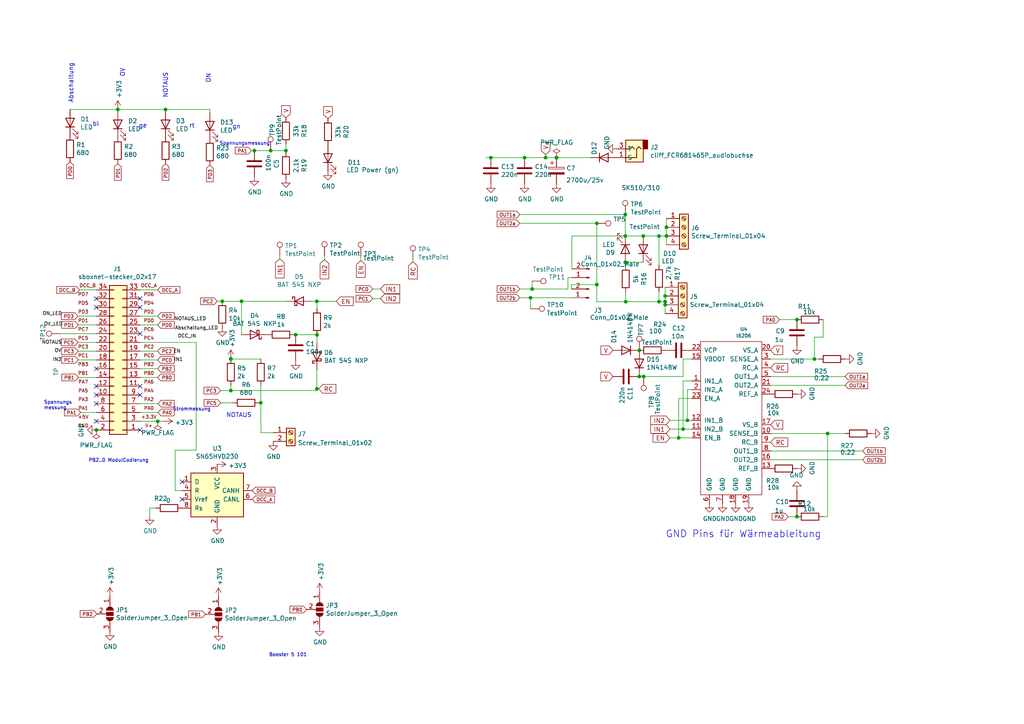
<source format=kicad_sch>
(kicad_sch (version 20211123) (generator eeschema)
  (paper "A4")
  (junction (at 185.42 109.22))
  (junction (at 78.486 43.688))
  (junction (at 186.563 68.453))
  (junction (at 91.8972 87.376))
  (junction (at 181.356 62.23))
  (junction (at 158.242 45.72))
  (junction (at 196.85 127))
  (junction (at 199.39 121.92))
  (junction (at 173.101 82.55))
  (junction (at 27.94 124.714))
  (junction (at 181.483 76.073))
  (junction (at 191.135 68.453))
  (junction (at 173.101 64.77))
  (junction (at 153.8732 86.36))
  (junction (at 192.913 88.392))
  (junction (at 73.787 43.688))
  (junction (at 85.7504 97.0788))
  (junction (at 91.8972 112.776))
  (junction (at 91.948 97.1296))
  (junction (at 181.483 87.503))
  (junction (at 198.12 124.46))
  (junction (at 75.6412 116.84))
  (junction (at 152.146 45.72))
  (junction (at 70.0532 87.376))
  (junction (at 231.14 149.86))
  (junction (at 193.294 68.453))
  (junction (at 193.294 65.913))
  (junction (at 231.14 92.71))
  (junction (at 186.69 109.22))
  (junction (at 181.356 76.073))
  (junction (at 240.03 125.73))
  (junction (at 66.9544 113.284))
  (junction (at 161.3916 45.72))
  (junction (at 236.22 104.14))
  (junction (at 48.006 31.75))
  (junction (at 185.42 101.6))
  (junction (at 161.417 45.72))
  (junction (at 191.135 87.503))
  (junction (at 45.7708 122.174))
  (junction (at 66.9544 104.0384))
  (junction (at 192.913 87.503))
  (junction (at 34.163 31.75))
  (junction (at 66.9544 104.14))
  (junction (at 64.4652 87.376))
  (junction (at 181.356 68.453))
  (junction (at 142.367 45.72))
  (junction (at 192.913 85.852))
  (junction (at 154.3304 83.82))
  (junction (at 82.931 43.688))
  (no_connect (at 27.94 122.174))
  (no_connect (at 27.94 89.154))
  (no_connect (at 27.94 117.094))
  (no_connect (at 27.94 106.934))
  (no_connect (at 27.94 112.014))
  (no_connect (at 40.64 124.714))
  (no_connect (at 52.832 144.8308))
  (no_connect (at 40.64 112.014))
  (no_connect (at 40.64 114.554))
  (no_connect (at 40.64 86.614))
  (no_connect (at 40.64 89.154))
  (no_connect (at 27.94 114.554))
  (no_connect (at 27.94 86.614))
  (no_connect (at 52.832 139.7508))
  (no_connect (at 40.64 96.774))
  (wire (pts (xy 50.8 130.556) (xy 50.8 142.2908)))
  (wire (pts (xy 22.606 91.694) (xy 27.94 91.694)))
  (wire (pts (xy 73.787 43.688) (xy 78.486 43.688)))
  (wire (pts (xy 153.8732 89.5604) (xy 153.8732 86.36)))
  (wire (pts (xy 70.0532 97.0788) (xy 70.0532 87.376)))
  (wire (pts (xy 165.735 82.55) (xy 173.101 82.55)))
  (wire (pts (xy 196.85 127) (xy 200.66 127)))
  (wire (pts (xy 238.76 149.86) (xy 240.03 149.86)))
  (wire (pts (xy 48.006 31.75) (xy 48.006 32.258)))
  (wire (pts (xy 91.948 99.6188) (xy 91.8972 99.6188)))
  (wire (pts (xy 198.12 124.46) (xy 200.66 124.46)))
  (wire (pts (xy 40.64 122.174) (xy 45.7708 122.174)))
  (wire (pts (xy 66.9544 113.284) (xy 91.8972 113.284)))
  (wire (pts (xy 193.294 65.913) (xy 193.294 63.373)))
  (wire (pts (xy 75.692 125.476) (xy 75.6412 116.84)))
  (wire (pts (xy 91.8972 112.776) (xy 92.456 112.776)))
  (wire (pts (xy 72.898 43.688) (xy 73.787 43.688)))
  (wire (pts (xy 236.22 97.79) (xy 236.22 104.14)))
  (wire (pts (xy 181.483 87.503) (xy 191.135 87.503)))
  (wire (pts (xy 66.9544 113.284) (xy 66.9544 111.76)))
  (wire (pts (xy 181.356 62.23) (xy 181.356 68.453)))
  (wire (pts (xy 181.483 76.073) (xy 186.563 76.073)))
  (wire (pts (xy 91.948 89.5096) (xy 91.8972 87.376)))
  (wire (pts (xy 173.101 87.503) (xy 181.483 87.503)))
  (wire (pts (xy 161.3916 45.72) (xy 161.417 45.72)))
  (wire (pts (xy 198.12 109.22) (xy 198.12 104.14)))
  (wire (pts (xy 50.8 142.2908) (xy 52.832 142.2908)))
  (wire (pts (xy 50.8 130.556) (xy 56.896 130.556)))
  (wire (pts (xy 20.32 31.75) (xy 34.163 31.75)))
  (wire (pts (xy 40.64 99.314) (xy 56.896 99.314)))
  (wire (pts (xy 64.4652 87.376) (xy 70.0532 87.376)))
  (wire (pts (xy 81.153 75.057) (xy 81.153 74.295)))
  (wire (pts (xy 150.749 86.36) (xy 153.8732 86.36)))
  (wire (pts (xy 181.483 87.503) (xy 181.483 84.709)))
  (wire (pts (xy 181.356 68.453) (xy 186.563 68.453)))
  (wire (pts (xy 22.7076 104.394) (xy 27.94 104.394)))
  (wire (pts (xy 75.6412 116.84) (xy 75.6412 111.76)))
  (wire (pts (xy 75.184 116.84) (xy 75.6412 116.84)))
  (wire (pts (xy 154.3304 83.82) (xy 164.719 83.82)))
  (wire (pts (xy 165.862 68.453) (xy 181.356 68.453)))
  (wire (pts (xy 85.7504 97.0788) (xy 91.948 97.0788)))
  (wire (pts (xy 91.948 97.0788) (xy 91.948 97.1296)))
  (wire (pts (xy 85.2932 97.0788) (xy 85.7504 97.0788)))
  (wire (pts (xy 226.06 92.71) (xy 231.14 92.71)))
  (wire (pts (xy 60.8584 31.75) (xy 60.8584 32.6644)))
  (wire (pts (xy 194.31 124.46) (xy 198.12 124.46)))
  (wire (pts (xy 79.248 125.476) (xy 75.692 125.476)))
  (wire (pts (xy 43.434 147.3708) (xy 43.434 149.606)))
  (wire (pts (xy 56.896 99.314) (xy 56.896 130.556)))
  (wire (pts (xy 140.843 45.72) (xy 142.367 45.72)))
  (wire (pts (xy 191.135 68.453) (xy 193.294 68.453)))
  (wire (pts (xy 223.52 111.76) (xy 245.11 111.76)))
  (wire (pts (xy 108.077 83.82) (xy 110.363 83.82)))
  (wire (pts (xy 185.42 109.22) (xy 186.69 109.22)))
  (wire (pts (xy 150.749 83.82) (xy 154.3304 83.82)))
  (wire (pts (xy 40.64 106.934) (xy 45.72 106.934)))
  (wire (pts (xy 200.66 113.03) (xy 199.39 113.03)))
  (wire (pts (xy 158.242 44.831) (xy 158.242 45.72)))
  (wire (pts (xy 23.0632 84.074) (xy 27.94 84.074)))
  (wire (pts (xy 40.64 101.854) (xy 45.72 101.854)))
  (wire (pts (xy 40.64 104.394) (xy 45.72 104.394)))
  (wire (pts (xy 40.64 109.474) (xy 45.72 109.474)))
  (wire (pts (xy 199.39 121.92) (xy 200.66 121.92)))
  (wire (pts (xy 192.913 87.503) (xy 192.913 85.852)))
  (wire (pts (xy 67.564 116.84) (xy 64.008 116.84)))
  (wire (pts (xy 194.31 127) (xy 196.85 127)))
  (wire (pts (xy 238.76 97.79) (xy 236.22 97.79)))
  (wire (pts (xy 91.948 97.1296) (xy 91.948 99.6188)))
  (wire (pts (xy 191.135 87.503) (xy 192.913 87.503)))
  (wire (pts (xy 22.6568 101.854) (xy 27.94 101.854)))
  (wire (pts (xy 192.913 88.392) (xy 192.913 87.503)))
  (wire (pts (xy 45.212 147.3708) (xy 43.434 147.3708)))
  (wire (pts (xy 90.5764 87.376) (xy 91.8972 87.376)))
  (wire (pts (xy 153.8732 86.36) (xy 165.735 86.36)))
  (wire (pts (xy 238.76 92.71) (xy 238.76 97.79)))
  (wire (pts (xy 223.52 109.22) (xy 245.11 109.22)))
  (wire (pts (xy 82.931 44.196) (xy 82.931 43.688)))
  (wire (pts (xy 236.22 104.14) (xy 237.49 104.14)))
  (wire (pts (xy 223.52 133.35) (xy 250.19 133.35)))
  (wire (pts (xy 150.749 64.77) (xy 173.101 64.77)))
  (wire (pts (xy 48.006 31.75) (xy 60.8584 31.75)))
  (wire (pts (xy 200.66 115.57) (xy 196.85 115.57)))
  (wire (pts (xy 34.163 31.75) (xy 34.163 32.258)))
  (wire (pts (xy 40.64 84.074) (xy 45.72 84.074)))
  (wire (pts (xy 108.077 86.614) (xy 110.363 86.614)))
  (wire (pts (xy 173.101 64.77) (xy 173.101 82.55)))
  (wire (pts (xy 165.735 83.82) (xy 165.735 82.55)))
  (wire (pts (xy 91.8972 107.2388) (xy 91.8972 112.776)))
  (wire (pts (xy 62.992 87.376) (xy 64.4652 87.376)))
  (wire (pts (xy 192.913 90.932) (xy 192.913 88.392)))
  (wire (pts (xy 196.85 115.57) (xy 196.85 127)))
  (wire (pts (xy 240.03 149.86) (xy 240.03 125.73)))
  (wire (pts (xy 200.66 110.49) (xy 198.12 110.49)))
  (wire (pts (xy 173.101 82.55) (xy 173.101 87.503)))
  (wire (pts (xy 94.107 75.311) (xy 94.107 74.168)))
  (wire (pts (xy 66.9544 104.14) (xy 66.9544 104.0384)))
  (wire (pts (xy 193.294 65.913) (xy 193.294 68.453)))
  (wire (pts (xy 34.163 31.75) (xy 48.006 31.75)))
  (wire (pts (xy 165.862 77.978) (xy 165.862 68.453)))
  (wire (pts (xy 91.8972 87.376) (xy 97.536 87.376)))
  (wire (pts (xy 164.719 80.518) (xy 165.862 80.518)))
  (wire (pts (xy 191.135 68.453) (xy 191.135 76.962)))
  (wire (pts (xy 164.719 83.82) (xy 164.719 80.518)))
  (wire (pts (xy 63.9572 113.284) (xy 66.9544 113.284)))
  (wire (pts (xy 142.367 45.72) (xy 152.146 45.72)))
  (wire (pts (xy 78.486 43.688) (xy 82.931 43.688)))
  (wire (pts (xy 150.749 62.23) (xy 181.356 62.23)))
  (wire (pts (xy 119.761 75.946) (xy 119.761 75.311)))
  (wire (pts (xy 91.8972 112.776) (xy 91.8972 113.284)))
  (wire (pts (xy 181.356 76.073) (xy 181.483 76.073)))
  (wire (pts (xy 191.135 87.503) (xy 191.135 84.582)))
  (wire (pts (xy 158.242 45.72) (xy 161.3916 45.72)))
  (wire (pts (xy 22.7584 109.474) (xy 27.94 109.474)))
  (wire (pts (xy 198.12 110.49) (xy 198.12 124.46)))
  (wire (pts (xy 82.931 43.688) (xy 82.931 41.783)))
  (wire (pts (xy 75.6412 104.14) (xy 66.9544 104.14)))
  (wire (pts (xy 152.146 45.72) (xy 158.242 45.72)))
  (wire (pts (xy 228.6 149.86) (xy 231.14 149.86)))
  (wire (pts (xy 199.39 113.03) (xy 199.39 121.92)))
  (wire (pts (xy 104.648 75.565) (xy 104.648 74.295)))
  (wire (pts (xy 223.52 130.81) (xy 250.19 130.81)))
  (wire (pts (xy 186.69 109.22) (xy 198.12 109.22)))
  (wire (pts (xy 22.7076 94.234) (xy 27.94 94.234)))
  (wire (pts (xy 171.323 45.72) (xy 161.417 45.72)))
  (wire (pts (xy 22.606 99.314) (xy 27.94 99.314)))
  (wire (pts (xy 193.294 70.993) (xy 193.294 68.453)))
  (wire (pts (xy 223.52 125.73) (xy 240.03 125.73)))
  (wire (pts (xy 70.0532 87.376) (xy 82.9564 87.376)))
  (wire (pts (xy 40.64 94.234) (xy 45.72 94.234)))
  (wire (pts (xy 45.7708 122.174) (xy 47.498 122.174)))
  (wire (pts (xy 240.03 125.73) (xy 245.11 125.73)))
  (wire (pts (xy 223.52 104.14) (xy 236.22 104.14)))
  (wire (pts (xy 40.64 117.094) (xy 45.847 117.094)))
  (wire (pts (xy 198.12 104.14) (xy 200.66 104.14)))
  (wire (pts (xy 17.526 96.774) (xy 27.94 96.774)))
  (wire (pts (xy 40.64 119.634) (xy 45.847 119.634)))
  (wire (pts (xy 192.913 85.852) (xy 192.913 83.312)))
  (wire (pts (xy 154.3304 81.534) (xy 154.3304 83.82)))
  (wire (pts (xy 40.64 91.694) (xy 45.72 91.694)))
  (wire (pts (xy 23.368 119.634) (xy 27.94 119.634)))
  (wire (pts (xy 181.483 77.089) (xy 181.483 76.073)))
  (wire (pts (xy 186.563 68.453) (xy 191.135 68.453)))
  (wire (pts (xy 194.31 121.92) (xy 199.39 121.92)))
  (text "NOTAUS" (at 73.025 121.285 180) (effects (font (size 1.27 1.27)) (justify right bottom)))
  (text "OV" (at 36.322 19.812 270) (effects (font (size 1.27 1.27)) (justify right bottom)))
  (text "ge" (at 42.672 37.338 180) (effects (font (size 1.27 1.27)) (justify right bottom)))
  (text "ON" (at 61.214 21.336 270) (effects (font (size 1.27 1.27)) (justify right bottom)))
  (text "Abschaltung" (at 21.336 18.288 270) (effects (font (size 1.27 1.27)) (justify right bottom)))
  (text "Booster 5 101" (at 77.978 190.627 0) (effects (font (size 0.9906 0.9906)) (justify left bottom)))
  (text "bl" (at 28.829 36.83 180) (effects (font (size 1.27 1.27)) (justify right bottom)))
  (text "Spannungs\nmessung" (at 12.7 118.999 0) (effects (font (size 0.9906 0.9906)) (justify left bottom)))
  (text "Spannungsmessung" (at 63.627 42.291 0) (effects (font (size 0.9906 0.9906)) (justify left bottom)))
  (text "Strommessung" (at 50.165 119.38 0) (effects (font (size 0.9906 0.9906)) (justify left bottom)))
  (text "GND Pins für Wärmeableitung" (at 193.04 156.21 0) (effects (font (size 2.0066 2.0066)) (justify left bottom)))
  (text "PB2..0 ModulCodierung\n" (at 25.654 134.239 0) (effects (font (size 0.9906 0.9906)) (justify left bottom)))
  (text "gn" (at 69.85 37.592 180) (effects (font (size 1.27 1.27)) (justify right bottom)))
  (text "NOTAUS" (at 48.768 21.082 270) (effects (font (size 1.27 1.27)) (justify right bottom)))
  (text "rt" (at 56.515 37.338 180) (effects (font (size 1.27 1.27)) (justify right bottom)))
  (label "ON_LED" (at 12.2936 91.694 0) (effects (font (size 0.9906 0.9906))))
  (label "OV" (at 15.748 102.4636 0) (effects (font (size 0.9906 0.9906))))
  (label "OV_LED" (at 12.7 94.742 0) (effects (font (size 0.9906 0.9906))))
  (label "IN1" (at 50.419 105.029 0) (effects (font (size 0.9906 0.9906))))
  (label "NOTAUS" (at 12.0904 100.0252 0) (effects (font (size 0.9906 0.9906))))
  (label "NOTAUS_LED" (at 50.546 93.218 0) (effects (font (size 0.9906 0.9906))))
  (label "DCC_IN" (at 51.5112 98.2472 0) (effects (font (size 0.9906 0.9906))))
  (label "Abschaltung_LED" (at 50.673 95.885 0) (effects (font (size 0.9906 0.9906))))
  (label "EN" (at 50.292 102.616 0) (effects (font (size 0.9906 0.9906))))
  (label "IN2" (at 15.24 105.0544 0) (effects (font (size 0.9906 0.9906))))
  (global_label "V" (shape input) (at 82.931 34.163 90) (property "Referenzen zwischen Schaltplänen" "${INTERSHEET_REFS}" (effects hide)))
  (global_label "OUT2b" (shape input) (at 250.19 133.35 0) (effects (font (size 0.9906 0.9906))) (property "Referenzen zwischen Schaltplänen" "${INTERSHEET_REFS}" (effects hide)))
  (global_label "PC1" (shape input) (at 108.077 86.614 180) (effects (font (size 0.9906 0.9906))) (property "Referenzen zwischen Schaltplänen" "${INTERSHEET_REFS}" (effects hide)))
  (global_label "PC3" (shape input) (at 22.6568 101.854 180) (effects (font (size 0.9906 0.9906))) (property "Referenzen zwischen Schaltplänen" "${INTERSHEET_REFS}" (effects hide)))
  (global_label "RC" (shape input) (at 223.52 106.68 0) (property "Referenzen zwischen Schaltplänen" "${INTERSHEET_REFS}" (effects hide)))
  (global_label "PC0" (shape input) (at 45.72 104.394 0) (effects (font (size 0.9906 0.9906))) (property "Referenzen zwischen Schaltplänen" "${INTERSHEET_REFS}" (effects hide)))
  (global_label "PD0" (shape input) (at 45.72 94.234 0) (effects (font (size 0.9906 0.9906))) (property "Referenzen zwischen Schaltplänen" "${INTERSHEET_REFS}" (effects hide)))
  (global_label "PC2" (shape input) (at 62.992 87.376 180) (effects (font (size 0.9906 0.9906))) (property "Referenzen zwischen Schaltplänen" "${INTERSHEET_REFS}" (effects hide)))
  (global_label "EN" (shape input) (at 194.31 127 180) (property "Referenzen zwischen Schaltplänen" "${INTERSHEET_REFS}" (effects hide)))
  (global_label "PA2" (shape input) (at 45.847 117.094 0) (effects (font (size 0.9906 0.9906))) (property "Referenzen zwischen Schaltplänen" "${INTERSHEET_REFS}" (effects hide)))
  (global_label "OUT2a" (shape input) (at 245.11 111.76 0) (effects (font (size 0.9906 0.9906))) (property "Referenzen zwischen Schaltplänen" "${INTERSHEET_REFS}" (effects hide)))
  (global_label "EN" (shape input) (at 104.648 75.565 270) (property "Referenzen zwischen Schaltplänen" "${INTERSHEET_REFS}" (effects hide)))
  (global_label "IN1" (shape input) (at 81.153 75.057 270) (property "Referenzen zwischen Schaltplänen" "${INTERSHEET_REFS}" (effects hide)))
  (global_label "PD1" (shape input) (at 34.163 47.498 270) (effects (font (size 0.9906 0.9906))) (property "Referenzen zwischen Schaltplänen" "${INTERSHEET_REFS}" (effects hide)))
  (global_label "OUT2a" (shape input) (at 150.749 64.77 180) (effects (font (size 0.9906 0.9906))) (property "Referenzen zwischen Schaltplänen" "${INTERSHEET_REFS}" (effects hide)))
  (global_label "PD3" (shape input) (at 60.8584 47.9044 270) (effects (font (size 0.9906 0.9906))) (property "Referenzen zwischen Schaltplänen" "${INTERSHEET_REFS}" (effects hide)))
  (global_label "PA0" (shape input) (at 45.847 119.634 0) (effects (font (size 0.9906 0.9906))) (property "Referenzen zwischen Schaltplänen" "${INTERSHEET_REFS}" (effects hide)))
  (global_label "EN" (shape input) (at 97.536 87.376 0) (property "Referenzen zwischen Schaltplänen" "${INTERSHEET_REFS}" (effects hide)))
  (global_label "PB0" (shape input) (at 45.72 109.474 0) (effects (font (size 0.9906 0.9906))) (property "Referenzen zwischen Schaltplänen" "${INTERSHEET_REFS}" (effects hide)))
  (global_label "V" (shape input) (at 158.242 44.831 90) (property "Referenzen zwischen Schaltplänen" "${INTERSHEET_REFS}" (effects hide)))
  (global_label "DCC_A" (shape input) (at 45.72 84.074 0) (effects (font (size 0.9906 0.9906))) (property "Referenzen zwischen Schaltplänen" "${INTERSHEET_REFS}" (effects hide)))
  (global_label "PA1" (shape input) (at 23.368 119.634 180) (effects (font (size 0.9906 0.9906))) (property "Referenzen zwischen Schaltplänen" "${INTERSHEET_REFS}" (effects hide)))
  (global_label "PA2" (shape input) (at 228.6 149.86 180) (effects (font (size 0.9906 0.9906))) (property "Referenzen zwischen Schaltplänen" "${INTERSHEET_REFS}" (effects hide)))
  (global_label "OUT1a" (shape input) (at 245.11 109.22 0) (effects (font (size 0.9906 0.9906))) (property "Referenzen zwischen Schaltplänen" "${INTERSHEET_REFS}" (effects hide)))
  (global_label "PB1" (shape input) (at 59.563 178.181 180) (effects (font (size 0.9906 0.9906))) (property "Referenzen zwischen Schaltplänen" "${INTERSHEET_REFS}" (effects hide)))
  (global_label "V" (shape input) (at 223.52 101.6 0) (property "Referenzen zwischen Schaltplänen" "${INTERSHEET_REFS}" (effects hide)))
  (global_label "PC2" (shape input) (at 45.72 101.854 0) (effects (font (size 0.9906 0.9906))) (property "Referenzen zwischen Schaltplänen" "${INTERSHEET_REFS}" (effects hide)))
  (global_label "DCC_B" (shape input) (at 73.152 142.2908 0) (effects (font (size 0.9906 0.9906))) (property "Referenzen zwischen Schaltplänen" "${INTERSHEET_REFS}" (effects hide)))
  (global_label "PD2" (shape input) (at 45.72 91.694 0) (effects (font (size 0.9906 0.9906))) (property "Referenzen zwischen Schaltplänen" "${INTERSHEET_REFS}" (effects hide)))
  (global_label "IN1" (shape input) (at 110.363 83.82 0) (property "Referenzen zwischen Schaltplänen" "${INTERSHEET_REFS}" (effects hide)))
  (global_label "PC3" (shape input) (at 63.9572 113.284 180) (effects (font (size 0.9906 0.9906))) (property "Referenzen zwischen Schaltplänen" "${INTERSHEET_REFS}" (effects hide)))
  (global_label "OUT1b" (shape input) (at 250.19 130.81 0) (effects (font (size 0.9906 0.9906))) (property "Referenzen zwischen Schaltplänen" "${INTERSHEET_REFS}" (effects hide)))
  (global_label "V" (shape input) (at 177.8 109.22 180) (property "Referenzen zwischen Schaltplänen" "${INTERSHEET_REFS}" (effects hide)))
  (global_label "OUT2b" (shape input) (at 150.749 86.36 180) (effects (font (size 0.9906 0.9906))) (property "Referenzen zwischen Schaltplänen" "${INTERSHEET_REFS}" (effects hide)))
  (global_label "V" (shape input) (at 95.123 34.417 90) (property "Referenzen zwischen Schaltplänen" "${INTERSHEET_REFS}" (effects hide)))
  (global_label "DCC_B" (shape input) (at 23.0632 84.074 180) (effects (font (size 0.9906 0.9906))) (property "Referenzen zwischen Schaltplänen" "${INTERSHEET_REFS}" (effects hide)))
  (global_label "PB1" (shape input) (at 22.7584 109.474 180) (effects (font (size 0.9906 0.9906))) (property "Referenzen zwischen Schaltplänen" "${INTERSHEET_REFS}" (effects hide)))
  (global_label "PA1" (shape input) (at 72.898 43.688 180) (effects (font (size 0.9906 0.9906))) (property "Referenzen zwischen Schaltplänen" "${INTERSHEET_REFS}" (effects hide)))
  (global_label "PC1" (shape input) (at 22.7076 104.394 180) (effects (font (size 0.9906 0.9906))) (property "Referenzen zwischen Schaltplänen" "${INTERSHEET_REFS}" (effects hide)))
  (global_label "IN2" (shape input) (at 110.363 86.614 0) (property "Referenzen zwischen Schaltplänen" "${INTERSHEET_REFS}" (effects hide)))
  (global_label "PD2" (shape input) (at 48.006 47.498 270) (effects (font (size 0.9906 0.9906))) (property "Referenzen zwischen Schaltplänen" "${INTERSHEET_REFS}" (effects hide)))
  (global_label "PD1" (shape input) (at 22.7076 94.234 180) (effects (font (size 0.9906 0.9906))) (property "Referenzen zwischen Schaltplänen" "${INTERSHEET_REFS}" (effects hide)))
  (global_label "OUT1a" (shape input) (at 150.749 62.23 180) (effects (font (size 0.9906 0.9906))) (property "Referenzen zwischen Schaltplänen" "${INTERSHEET_REFS}" (effects hide)))
  (global_label "PC0" (shape input) (at 108.077 83.82 180) (effects (font (size 0.9906 0.9906))) (property "Referenzen zwischen Schaltplänen" "${INTERSHEET_REFS}" (effects hide)))
  (global_label "V" (shape input) (at 177.8 101.6 180) (property "Referenzen zwischen Schaltplänen" "${INTERSHEET_REFS}" (effects hide)))
  (global_label "V" (shape input) (at 223.52 123.19 0) (property "Referenzen zwischen Schaltplänen" "${INTERSHEET_REFS}" (effects hide)))
  (global_label "RC" (shape input) (at 223.52 128.27 0) (property "Referenzen zwischen Schaltplänen" "${INTERSHEET_REFS}" (effects hide)))
  (global_label "DCC_A" (shape input) (at 73.152 144.8308 0) (effects (font (size 0.9906 0.9906))) (property "Referenzen zwischen Schaltplänen" "${INTERSHEET_REFS}" (effects hide)))
  (global_label "PD3" (shape input) (at 22.606 91.694 180) (effects (font (size 0.9906 0.9906))) (property "Referenzen zwischen Schaltplänen" "${INTERSHEET_REFS}" (effects hide)))
  (global_label "PA0" (shape input) (at 226.06 92.71 180) (effects (font (size 0.9906 0.9906))) (property "Referenzen zwischen Schaltplänen" "${INTERSHEET_REFS}" (effects hide)))
  (global_label "PB2" (shape input) (at 45.72 106.934 0) (effects (font (size 0.9906 0.9906))) (property "Referenzen zwischen Schaltplänen" "${INTERSHEET_REFS}" (effects hide)))
  (global_label "PB0" (shape input) (at 88.9 176.784 180) (effects (font (size 0.9906 0.9906))) (property "Referenzen zwischen Schaltplänen" "${INTERSHEET_REFS}" (effects hide)))
  (global_label "IN2" (shape input) (at 94.107 75.311 270) (property "Referenzen zwischen Schaltplänen" "${INTERSHEET_REFS}" (effects hide)))
  (global_label "PB2" (shape input) (at 28.067 178.054 180) (effects (font (size 0.9906 0.9906))) (property "Referenzen zwischen Schaltplänen" "${INTERSHEET_REFS}" (effects hide)))
  (global_label "IN1" (shape input) (at 194.31 124.46 180) (property "Referenzen zwischen Schaltplänen" "${INTERSHEET_REFS}" (effects hide)))
  (global_label "RC" (shape input) (at 119.761 75.946 270) (property "Referenzen zwischen Schaltplänen" "${INTERSHEET_REFS}" (effects hide)))
  (global_label "RC" (shape input) (at 92.456 112.776 0) (property "Referenzen zwischen Schaltplänen" "${INTERSHEET_REFS}" (effects hide)))
  (global_label "PC5" (shape input) (at 64.008 116.84 180) (effects (font (size 0.9906 0.9906))) (property "Referenzen zwischen Schaltplänen" "${INTERSHEET_REFS}" (effects hide)))
  (global_label "PD0" (shape input) (at 20.32 46.99 270) (effects (font (size 0.9906 0.9906))) (property "Referenzen zwischen Schaltplänen" "${INTERSHEET_REFS}" (effects hide)))
  (global_label "IN2" (shape input) (at 194.31 121.92 180) (property "Referenzen zwischen Schaltplänen" "${INTERSHEET_REFS}" (effects hide)))
  (global_label "PC5" (shape input) (at 22.606 99.314 180) (effects (font (size 0.9906 0.9906))) (property "Referenzen zwischen Schaltplänen" "${INTERSHEET_REFS}" (effects hide)))
  (global_label "OUT1b" (shape input) (at 150.749 83.82 180) (effects (font (size 0.9906 0.9906))) (property "Referenzen zwischen Schaltplänen" "${INTERSHEET_REFS}" (effects hide)))
  (symbol (lib_id "power:+3.3V") (at 34.163 31.75 0) (unit 1)
    (property "Reference" "#PWR03" (effects hide))
    (property "Value" "+3.3V" (at 34.544 28.4988 90) (effects (justify left)))
  )
  (symbol (lib_id "Connector:Screw_Terminal_01x04") (at 198.374 65.913 0) (unit 1)
    (property "Reference" "J6" (at 200.406 66.1162 0) (effects (justify left)))
    (property "Value" "Screw_Terminal_01x04" (at 200.406 68.4276 0) (effects (justify left)))
    (property "Footprint" "TerminalBlock:TerminalBlock_Altech_AK300-4_P5.00mm" (effects hide))
  )
  (symbol (lib_id "Connector:Screw_Terminal_01x04") (at 197.993 85.852 0) (unit 1)
    (property "Reference" "J5" (at 200.025 86.0552 0) (effects (justify left)))
    (property "Value" "Screw_Terminal_01x04" (at 200.025 88.3666 0) (effects (justify left)))
    (property "Footprint" "TerminalBlock:TerminalBlock_Altech_AK300-4_P5.00mm" (effects hide))
  )
  (symbol (lib_id "Device:D") (at 175.133 45.72 0) (unit 1)
    (property "Reference" "D12" (at 172.339 41.021 90) (effects (justify right)))
    (property "Value" "SK510/310" (at 191.516 54.483 0) (effects (justify right)))
    (property "Footprint" "Diode_SMD:D_SMB_Handsoldering" (effects hide))
  )
  (symbol (lib_id "Device:LED") (at 186.563 72.263 90) (unit 1)
    (property "Reference" "D10" (at 192.278 73.533 90) (effects (justify right)))
    (property "Value" "LED" (at 191.897 75.692 90) (effects (justify right)))
    (property "Footprint" "LED_THT:LED_D3.0mm" (effects hide))
  )
  (symbol (lib_id "Device:LED") (at 181.356 72.263 270) (unit 1)
    (property "Reference" "D9" (at 178.3842 73.2536 90) (effects (justify right)))
    (property "Value" "LED" (at 178.3842 70.9422 90) (effects (justify right)))
    (property "Footprint" "LED_THT:LED_D3.0mm" (effects hide))
  )
  (symbol (lib_id "Device:R") (at 181.483 80.899 180) (unit 1)
    (property "Reference" "R16" (at 186.7408 80.899 90))
    (property "Value" "5k" (at 184.4294 80.899 90))
    (property "Footprint" "Resistor_SMD:R_1206_3216Metric_Pad1.30x1.75mm_HandSolder" (effects hide))
  )
  (symbol (lib_id "Device:R") (at 191.135 80.772 180) (unit 1)
    (property "Reference" "R17" (at 196.469 79.375 90))
    (property "Value" "2,7k" (at 193.929 79.121 90))
    (property "Footprint" "Resistor_SMD:R_1206_3216Metric_Pad1.30x1.75mm_HandSolder" (effects hide))
  )
  (symbol (lib_id "power:GND") (at 178.943 43.18 270) (unit 1)
    (property "Reference" "#PWR020" (effects hide))
    (property "Value" "GND" (at 176.022 41.402 0))
  )
  (symbol (lib_id "Device:CP") (at 161.3916 49.53 0) (unit 1)
    (property "Reference" "C7" (at 164.2364 48.7934 0) (effects (justify left)))
    (property "Value" "2700u/25v" (at 164.1856 52.2478 0) (effects (justify left)))
    (property "Footprint" "Capacitor_THT:CP_Radial_D12.5mm_P5.00mm" (effects hide))
  )
  (symbol (lib_id "power:GND") (at 161.3916 53.34 0) (unit 1)
    (property "Reference" "#PWR019" (effects hide))
    (property "Value" "GND" (at 161.5186 57.7342 0))
  )
  (symbol (lib_id "Connector:Conn_01x02_Male") (at 170.942 80.518 180) (unit 1)
    (property "Reference" "J4" (at 169.291 74.803 0) (effects (justify right)))
    (property "Value" "Conn_01x02_Male" (at 168.402 76.581 0) (effects (justify right)))
    (property "Footprint" "Connector_PinHeader_2.54mm:PinHeader_1x02_P2.54mm_Vertical" (effects hide))
  )
  (symbol (lib_id "Connector:Conn_01x02_Male") (at 170.815 86.36 180) (unit 1)
    (property "Reference" "J3" (at 172.212 90.043 0) (effects (justify right)))
    (property "Value" "Conn_01x02_Male" (at 171.069 92.075 0) (effects (justify right)))
    (property "Footprint" "Connector_PinHeader_2.54mm:PinHeader_1x02_P2.54mm_Vertical" (effects hide))
  )
  (symbol (lib_id "power:+3.3V") (at 66.9544 104.0384 0) (unit 1)
    (property "Reference" "#PWR06" (effects hide))
    (property "Value" "+3.3V" (at 67.3354 100.7872 90) (effects (justify left)))
  )
  (symbol (lib_id "Device:R") (at 75.6412 107.95 0) (unit 1)
    (property "Reference" "R7" (at 77.4192 106.7816 0) (effects (justify left)))
    (property "Value" "2k" (at 77.4192 109.093 0) (effects (justify left)))
    (property "Footprint" "Resistor_SMD:R_1206_3216Metric_Pad1.30x1.75mm_HandSolder" (effects hide))
  )
  (symbol (lib_id "power:GND") (at 79.248 128.016 0) (unit 1)
    (property "Reference" "#PWR07" (effects hide))
    (property "Value" "GND" (at 79.375 132.4102 0))
  )
  (symbol (lib_id "Device:R") (at 71.374 116.84 270) (unit 1)
    (property "Reference" "R6" (at 71.374 111.5822 90))
    (property "Value" "680" (at 71.374 113.8936 90))
    (property "Footprint" "Resistor_SMD:R_1206_3216Metric_Pad1.30x1.75mm_HandSolder" (effects hide))
  )
  (symbol (lib_id "Device:R") (at 91.948 93.3196 180) (unit 1)
    (property "Reference" "R9" (at 93.726 92.1512 0) (effects (justify right)))
    (property "Value" "2k" (at 93.726 94.4626 0) (effects (justify right)))
    (property "Footprint" "Resistor_SMD:R_1206_3216Metric_Pad1.30x1.75mm_HandSolder" (effects hide))
  )
  (symbol (lib_id "Device:R") (at 64.4652 91.186 0) (unit 1)
    (property "Reference" "R4" (at 66.2432 90.0176 0) (effects (justify left)))
    (property "Value" "10k" (at 66.2432 92.329 0) (effects (justify left)))
    (property "Footprint" "Resistor_SMD:R_1206_3216Metric_Pad1.30x1.75mm_HandSolder" (effects hide))
  )
  (symbol (lib_id "power:GND") (at 64.4652 94.996 0) (unit 1)
    (property "Reference" "#PWR05" (effects hide))
    (property "Value" "GND" (at 64.5922 99.3902 0))
  )
  (symbol (lib_id "Device:R") (at 81.4832 97.0788 90) (unit 1)
    (property "Reference" "R8" (at 81.4832 91.821 90))
    (property "Value" "1k" (at 81.4832 94.1324 90))
    (property "Footprint" "Resistor_SMD:R_1206_3216Metric_Pad1.30x1.75mm_HandSolder" (effects hide))
  )
  (symbol (lib_id "power:GND") (at 85.7504 104.6988 0) (unit 1)
    (property "Reference" "#PWR08" (effects hide))
    (property "Value" "GND" (at 85.8774 109.093 0))
  )
  (symbol (lib_id "Device:LED") (at 48.006 36.068 90) (unit 1)
    (property "Reference" "D3" (at 50.9778 35.0774 90) (effects (justify right)))
    (property "Value" "LED" (at 50.9778 37.3888 90) (effects (justify right)))
    (property "Footprint" "LED_THT:LED_D3.0mm" (effects hide))
  )
  (symbol (lib_id "Device:R") (at 48.006 43.688 0) (unit 1)
    (property "Reference" "R3" (at 49.784 42.5196 0) (effects (justify left)))
    (property "Value" "680" (at 49.784 44.831 0) (effects (justify left)))
    (property "Footprint" "Resistor_SMD:R_1206_3216Metric_Pad1.30x1.75mm_HandSolder" (effects hide))
  )
  (symbol (lib_id "Device:LED") (at 34.163 36.068 90) (unit 1)
    (property "Reference" "D2" (at 37.1348 35.0774 90) (effects (justify right)))
    (property "Value" "LED" (at 37.1348 37.3888 90) (effects (justify right)))
    (property "Footprint" "LED_THT:LED_D3.0mm" (effects hide))
  )
  (symbol (lib_id "Device:R") (at 34.163 43.688 0) (unit 1)
    (property "Reference" "R2" (at 35.941 42.5196 0) (effects (justify left)))
    (property "Value" "680" (at 35.941 44.831 0) (effects (justify left)))
    (property "Footprint" "Resistor_SMD:R_1206_3216Metric_Pad1.30x1.75mm_HandSolder" (effects hide))
  )
  (symbol (lib_id "Device:LED") (at 20.32 35.56 90) (unit 1)
    (property "Reference" "D1" (at 23.2918 34.5694 90) (effects (justify right)))
    (property "Value" "LED" (at 23.2918 36.8808 90) (effects (justify right)))
    (property "Footprint" "LED_THT:LED_D3.0mm" (effects hide))
  )
  (symbol (lib_id "Device:R") (at 20.32 43.18 0) (unit 1)
    (property "Reference" "R1" (at 22.098 42.0116 0) (effects (justify left)))
    (property "Value" "680" (at 22.098 44.323 0) (effects (justify left)))
    (property "Footprint" "Resistor_SMD:R_1206_3216Metric_Pad1.30x1.75mm_HandSolder" (effects hide))
  )
  (symbol (lib_id "Device:R") (at 95.123 38.227 180) (unit 1)
    (property "Reference" "R20" (at 100.3808 38.227 90))
    (property "Value" "33k" (at 98.0694 38.227 90))
    (property "Footprint" "Resistor_SMD:R_1206_3216Metric_Pad1.30x1.75mm_HandSolder" (effects hide))
  )
  (symbol (lib_id "Device:LED") (at 95.123 45.847 90) (unit 1)
    (property "Reference" "D11" (at 100.838 47.117 90) (effects (justify right)))
    (property "Value" "LED Power (gn)" (at 100.457 49.276 90) (effects (justify right)))
    (property "Footprint" "LED_THT:LED_D3.0mm" (effects hide))
  )
  (symbol (lib_id "power:GND") (at 95.123 49.657 0) (unit 1)
    (property "Reference" "#PWR017" (effects hide))
    (property "Value" "GND" (at 95.25 54.0512 0))
  )
  (symbol (lib_id "Device:R") (at 82.931 37.973 180) (unit 1)
    (property "Reference" "R18" (at 88.1888 37.973 90))
    (property "Value" "33k" (at 85.8774 37.973 90))
    (property "Footprint" "Resistor_SMD:R_1206_3216Metric_Pad1.30x1.75mm_HandSolder" (effects hide))
  )
  (symbol (lib_id "Device:R") (at 82.931 48.006 180) (unit 1)
    (property "Reference" "R19" (at 88.1888 48.006 90))
    (property "Value" "2.1k" (at 85.8774 48.006 90))
    (property "Footprint" "Resistor_SMD:R_1206_3216Metric_Pad1.30x1.75mm_HandSolder" (effects hide))
  )
  (symbol (lib_id "power:GND") (at 82.931 51.816 0) (unit 1)
    (property "Reference" "#PWR04" (effects hide))
    (property "Value" "GND" (at 83.058 56.2102 0))
  )
  (symbol (lib_id "Device:C") (at 73.787 47.498 180) (unit 1)
    (property "Reference" "C5" (at 80.1878 47.498 90))
    (property "Value" "100n" (at 77.851 47.244 90))
    (property "Footprint" "Capacitor_SMD:C_1206_3216Metric" (effects hide))
  )
  (symbol (lib_id "power:GND") (at 73.787 51.308 0) (unit 1)
    (property "Reference" "#PWR01" (effects hide))
    (property "Value" "GND" (at 73.914 55.7022 0))
  )
  (symbol (lib_id "Diode:BAR42FILM") (at 86.7664 87.376 0) (unit 1)
    (property "Reference" "D5" (at 86.7664 80.2386 0))
    (property "Value" "BAT 54S NXP" (at 86.7664 82.55 0))
    (property "Footprint" "Package_TO_SOT_SMD:SOT-23_Handsoldering" (effects hide))
    (property "Datasheet" "www.st.com/resource/en/datasheet/bar42.pdf" (effects hide))
  )
  (symbol (lib_id "Connector:TestPoint") (at 81.153 74.295 0) (unit 1)
    (property "Reference" "TP1" (at 82.6262 71.2978 0) (effects (justify left)))
    (property "Value" "TestPoint" (at 82.6262 73.6092 0) (effects (justify left)))
    (property "Footprint" "Connector_PinHeader_2.54mm:PinHeader_1x01_P2.54mm_Vertical" (effects hide))
  )
  (symbol (lib_id "Connector:TestPoint") (at 94.107 74.168 0) (unit 1)
    (property "Reference" "TP2" (at 95.5802 71.1708 0) (effects (justify left)))
    (property "Value" "TestPoint" (at 95.5802 73.4822 0) (effects (justify left)))
    (property "Footprint" "Connector_PinHeader_2.54mm:PinHeader_1x01_P2.54mm_Vertical" (effects hide))
  )
  (symbol (lib_id "Connector:TestPoint") (at 104.648 74.295 0) (unit 1)
    (property "Reference" "TP3" (at 105.537 73.66 0) (effects (justify left)))
    (property "Value" "TestPoint" (at 105.283 74.93 0) (effects (justify left)))
    (property "Footprint" "Connector_PinHeader_2.54mm:PinHeader_1x01_P2.54mm_Vertical" (effects hide))
  )
  (symbol (lib_id "Diode:BAR42FILM") (at 91.8972 103.4288 90) (unit 1)
    (property "Reference" "D6" (at 93.9292 102.2604 90) (effects (justify right)))
    (property "Value" "BAT 54S NXP" (at 93.9292 104.5718 90) (effects (justify right)))
    (property "Footprint" "Package_TO_SOT_SMD:SOT-23_Handsoldering" (effects hide))
    (property "Datasheet" "www.st.com/resource/en/datasheet/bar42.pdf" (effects hide))
  )
  (symbol (lib_id "Interface_CAN_LIN:SN65HVD230") (at 62.992 142.2908 0) (unit 1)
    (property "Reference" "U3" (at 62.992 130.0734 0))
    (property "Value" "SN65HVD230" (at 62.992 132.3848 0))
    (property "Footprint" "Package_SO:SOIC-8_3.9x4.9mm_P1.27mm" (effects hide))
    (property "Datasheet" "http://www.ti.com/lit/ds/symlink/sn65hvd230.pdf" (effects hide))
  )
  (symbol (lib_id "Device:C") (at 85.7504 100.8888 0) (unit 1)
    (property "Reference" "C1" (at 88.6714 99.7204 0) (effects (justify left)))
    (property "Value" "100n" (at 88.6714 102.0318 0) (effects (justify left)))
    (property "Footprint" "Capacitor_SMD:C_1206_3216Metric" (effects hide))
  )
  (symbol (lib_id "Connector:TestPoint") (at 119.761 75.311 0) (unit 1)
    (property "Reference" "TP4" (at 121.2342 72.3138 0) (effects (justify left)))
    (property "Value" "TestPoint" (at 121.2342 74.6252 0) (effects (justify left)))
    (property "Footprint" "Connector_PinHeader_2.54mm:PinHeader_1x01_P2.54mm_Vertical" (effects hide))
  )
  (symbol (lib_id "power:GND") (at 62.992 152.4508 0) (unit 1)
    (property "Reference" "#PWR0102" (effects hide))
    (property "Value" "GND" (at 63.119 156.845 0))
  )
  (symbol (lib_id "power:+3.3V") (at 62.992 134.6708 270) (unit 1)
    (property "Reference" "#PWR0104" (effects hide))
    (property "Value" "+3.3V" (at 66.2432 135.0518 90) (effects (justify left)))
  )
  (symbol (lib_id "Connector:TestPoint") (at 181.356 62.23 0) (unit 1)
    (property "Reference" "TP6" (at 182.8292 59.2328 0) (effects (justify left)))
    (property "Value" "TestPoint" (at 182.8292 61.5442 0) (effects (justify left)))
    (property "Footprint" "Connector_PinHeader_2.54mm:PinHeader_1x01_P2.54mm_Vertical" (effects hide))
  )
  (symbol (lib_id "Connector:TestPoint") (at 173.101 64.77 270) (unit 1)
    (property "Reference" "TP5" (at 177.8762 63.6016 90) (effects (justify left)))
    (property "Value" "TestPoint" (at 182.499 65.786 90) (effects (justify left)))
    (property "Footprint" "Connector_PinHeader_2.54mm:PinHeader_1x01_P2.54mm_Vertical" (effects hide))
  )
  (symbol (lib_id "Connector:TestPoint") (at 185.42 101.6 0) (unit 1)
    (property "Reference" "TP7" (at 185.928 95.631 90))
    (property "Value" "TestPoint" (at 190.5 99.314 0))
    (property "Footprint" "Connector_PinHeader_2.54mm:PinHeader_1x01_P2.54mm_Vertical" (effects hide))
  )
  (symbol (lib_id "Connector:TestPoint") (at 186.69 109.22 180) (unit 1)
    (property "Reference" "TP8" (at 188.976 116.586 90))
    (property "Value" "TestPoint" (at 190.754 115.824 90))
    (property "Footprint" "Connector_PinHeader_2.54mm:PinHeader_1x01_P2.54mm_Vertical" (effects hide))
  )
  (symbol (lib_id "Connector:TestPoint") (at 78.486 43.688 0) (unit 1)
    (property "Reference" "TP9" (at 78.994 37.719 90))
    (property "Value" "TestPoint" (at 80.899 37.719 90))
    (property "Footprint" "Connector_PinHeader_2.54mm:PinHeader_1x01_P2.54mm_Vertical" (effects hide))
  )
  (symbol (lib_id "power:GND") (at 43.434 149.606 0) (unit 1)
    (property "Reference" "#PWR0105" (effects hide))
    (property "Value" "GND" (at 43.561 154.0002 0))
  )
  (symbol (lib_id "Device:R") (at 49.022 147.3708 270) (unit 1)
    (property "Reference" "R22" (at 46.609 144.5768 90))
    (property "Value" "0" (at 48.8188 145.1864 90))
    (property "Footprint" "Resistor_SMD:R_1206_3216Metric_Pad1.30x1.75mm_HandSolder" (effects hide))
  )
  (symbol (lib_id "Connector:TestPoint") (at 154.3304 81.534 270) (unit 1)
    (property "Reference" "TP11" (at 159.1056 80.3656 90) (effects (justify left)))
    (property "Value" "TestPoint" (at 154.432 78.105 90) (effects (justify left)))
    (property "Footprint" "Connector_PinHeader_2.54mm:PinHeader_1x01_P2.54mm_Vertical" (effects hide))
  )
  (symbol (lib_id "Connector:TestPoint") (at 153.8732 89.5604 270) (unit 1)
    (property "Reference" "TP10" (at 158.6484 88.392 90) (effects (justify left)))
    (property "Value" "TestPoint" (at 158.496 90.805 90) (effects (justify left)))
    (property "Footprint" "Connector_PinHeader_2.54mm:PinHeader_1x01_P2.54mm_Vertical" (effects hide))
  )
  (symbol (lib_id "Device:R") (at 66.9544 107.95 0) (unit 1)
    (property "Reference" "R5" (at 68.7324 106.7816 0) (effects (justify left)))
    (property "Value" "2k" (at 68.7324 109.093 0) (effects (justify left)))
    (property "Footprint" "Resistor_SMD:R_1206_3216Metric_Pad1.30x1.75mm_HandSolder" (effects hide))
  )
  (symbol (lib_id "Diode:BAR42FILM") (at 73.8632 97.0788 180) (unit 1)
    (property "Reference" "D4" (at 73.8632 91.567 0))
    (property "Value" "BAT 54S NXP" (at 73.8632 93.8784 0))
    (property "Footprint" "Package_TO_SOT_SMD:SOT-23_Handsoldering" (effects hide))
    (property "Datasheet" "www.st.com/resource/en/datasheet/bar42.pdf" (effects hide))
  )
  (symbol (lib_id "power:GND") (at 27.94 124.714 270) (unit 1)
    (property "Reference" "#PWR027" (effects hide))
    (property "Value" "GND" (at 23.5458 124.841 0))
  )
  (symbol (lib_id "power:+3.3V") (at 47.498 122.174 270) (unit 1)
    (property "Reference" "#PWR0101" (effects hide))
    (property "Value" "+3.3V" (at 50.7492 122.555 90) (effects (justify left)))
  )
  (symbol (lib_id "Device:LED") (at 60.8584 36.4744 90) (unit 1)
    (property "Reference" "D13" (at 63.8302 35.4838 90) (effects (justify right)))
    (property "Value" "LED" (at 63.8302 37.7952 90) (effects (justify right)))
    (property "Footprint" "LED_THT:LED_D3.0mm" (effects hide))
  )
  (symbol (lib_id "Device:R") (at 60.8584 44.0944 0) (unit 1)
    (property "Reference" "R23" (at 62.6364 42.926 0) (effects (justify left)))
    (property "Value" "680" (at 62.6364 45.2374 0) (effects (justify left)))
    (property "Footprint" "Resistor_SMD:R_1206_3216Metric_Pad1.30x1.75mm_HandSolder" (effects hide))
  )
  (symbol (lib_id "power:PWR_FLAG") (at 27.94 124.714 180) (unit 1)
    (property "Reference" "#FLG0104" (effects hide))
    (property "Value" "PWR_FLAG" (at 27.94 129.1082 0))
  )
  (symbol (lib_id "power:PWR_FLAG") (at 161.417 45.72 0) (unit 1)
    (property "Reference" "#FLG0101" (effects hide))
    (property "Value" "PWR_FLAG" (at 161.417 41.3258 0))
  )
  (symbol (lib_id "sboxnet:l6206") (at 208.28 97.79 0) (unit 1)
    (property "Reference" "U4" (at 215.6968 95.4786 0) (effects (font (size 0.9906 0.9906))))
    (property "Value" "l6206" (at 215.6968 97.3836 0) (effects (font (size 0.9906 0.9906))))
    (property "Footprint" "Package_DIP:DIP-24_W7.62mm_Socket" (effects hide))
  )
  (symbol (lib_id "Device:C") (at 196.85 101.6 270) (unit 1)
    (property "Reference" "C12" (at 196.85 95.1992 90))
    (property "Value" "10n" (at 196.596 97.536 90))
    (property "Footprint" "Capacitor_SMD:C_1206_3216Metric" (effects hide))
  )
  (symbol (lib_id "Device:R") (at 189.23 101.6 270) (unit 1)
    (property "Reference" "R24" (at 191.389 94.107 90))
    (property "Value" "100" (at 190.119 96.012 90))
    (property "Footprint" "Resistor_SMD:R_1206_3216Metric_Pad1.30x1.75mm_HandSolder" (effects hide))
  )
  (symbol (lib_id "Diode:1N4148WS") (at 181.61 101.6 180) (unit 1)
    (property "Reference" "D14" (at 178.054 99.568 90) (effects (justify right)))
    (property "Value" "1N4148W" (at 182.753 99.568 90) (effects (justify right)))
    (property "Footprint" "Diode_SMD:D_SOD-123F" (effects hide))
    (property "Datasheet" "https://www.vishay.com/docs/85751/1n4148ws.pdf" (effects hide))
  )
  (symbol (lib_id "Diode:1N4148WS") (at 185.42 105.41 90) (unit 1)
    (property "Reference" "D15" (at 187.452 104.2416 90) (effects (justify right)))
    (property "Value" "1N4148W" (at 187.452 106.553 90) (effects (justify right)))
    (property "Footprint" "Diode_SMD:D_SOD-123F" (effects hide))
    (property "Datasheet" "https://www.vishay.com/docs/85751/1n4148ws.pdf" (effects hide))
  )
  (symbol (lib_id "Device:C") (at 181.61 109.22 90) (unit 1)
    (property "Reference" "C11" (at 182.7784 112.141 0) (effects (justify right)))
    (property "Value" "220n" (at 180.467 112.141 0) (effects (justify right)))
    (property "Footprint" "Capacitor_SMD:C_1206_3216Metric" (effects hide))
  )
  (symbol (lib_id "power:GND") (at 205.74 146.05 0) (unit 1)
    (property "Reference" "#PWR029" (effects hide))
    (property "Value" "GND" (at 205.867 150.4442 0))
  )
  (symbol (lib_id "power:GND") (at 209.55 146.05 0) (unit 1)
    (property "Reference" "#PWR030" (effects hide))
    (property "Value" "GND" (at 209.677 150.4442 0))
  )
  (symbol (lib_id "power:GND") (at 213.36 146.05 0) (unit 1)
    (property "Reference" "#PWR031" (effects hide))
    (property "Value" "GND" (at 213.487 150.4442 0))
  )
  (symbol (lib_id "power:GND") (at 217.17 146.05 0) (unit 1)
    (property "Reference" "#PWR032" (effects hide))
    (property "Value" "GND" (at 217.297 150.4442 0))
  )
  (symbol (lib_id "Device:R") (at 241.3 104.14 270) (unit 1)
    (property "Reference" "R25" (at 238.0742 107.696 90))
    (property "Value" "0.22" (at 238.3028 109.6264 90))
    (property "Footprint" "Resistor_THT:R_Axial_DIN0614_L14.3mm_D5.7mm_P15.24mm_Horizontal" (effects hide))
  )
  (symbol (lib_id "Device:R") (at 248.92 125.73 270) (unit 1)
    (property "Reference" "R27" (at 245.6942 129.286 90))
    (property "Value" "0.22" (at 245.9228 131.2164 90))
    (property "Footprint" "Resistor_THT:R_Axial_DIN0614_L14.3mm_D5.7mm_P15.24mm_Horizontal" (effects hide))
  )
  (symbol (lib_id "Jumper:SolderJumper_3_Open") (at 31.877 178.054 270) (unit 1)
    (property "Reference" "JP1" (at 33.6042 176.8856 90) (effects (justify left)))
    (property "Value" "SolderJumper_3_Open" (at 33.6042 179.197 90) (effects (justify left)))
    (property "Footprint" "Jumper:SolderJumper-3_P1.3mm_Open_RoundedPad1.0x1.5mm" (effects hide))
  )
  (symbol (lib_id "Jumper:SolderJumper_3_Open") (at 63.373 178.181 270) (unit 1)
    (property "Reference" "JP2" (at 65.1002 177.0126 90) (effects (justify left)))
    (property "Value" "SolderJumper_3_Open" (at 65.1002 179.324 90) (effects (justify left)))
    (property "Footprint" "Jumper:SolderJumper-3_P1.3mm_Open_RoundedPad1.0x1.5mm" (effects hide))
  )
  (symbol (lib_id "Jumper:SolderJumper_3_Open") (at 92.71 176.784 270) (unit 1)
    (property "Reference" "JP3" (at 94.4372 175.6156 90) (effects (justify left)))
    (property "Value" "SolderJumper_3_Open" (at 94.4372 177.927 90) (effects (justify left)))
    (property "Footprint" "Jumper:SolderJumper-3_P1.3mm_Open_RoundedPad1.0x1.5mm" (effects hide))
  )
  (symbol (lib_id "power:GND") (at 245.11 104.14 90) (unit 1)
    (property "Reference" "#PWR033" (effects hide))
    (property "Value" "GND" (at 249.5042 104.013 0))
  )
  (symbol (lib_id "power:GND") (at 252.73 125.73 90) (unit 1)
    (property "Reference" "#PWR035" (effects hide))
    (property "Value" "GND" (at 257.1242 125.603 0))
  )
  (symbol (lib_id "Device:R") (at 227.33 114.3 270) (unit 1)
    (property "Reference" "R26" (at 224.1042 117.856 90))
    (property "Value" "10k" (at 224.3328 119.7864 90))
    (property "Footprint" "Resistor_SMD:R_1206_3216Metric_Pad1.30x1.75mm_HandSolder" (effects hide))
  )
  (symbol (lib_id "power:GND") (at 231.14 114.3 90) (unit 1)
    (property "Reference" "#PWR034" (effects hide))
    (property "Value" "GND" (at 235.5342 114.173 0))
  )
  (symbol (lib_id "Device:R") (at 227.33 135.89 270) (unit 1)
    (property "Reference" "R28" (at 224.1042 139.446 90))
    (property "Value" "10k" (at 224.3328 141.3764 90))
    (property "Footprint" "Resistor_SMD:R_1206_3216Metric_Pad1.30x1.75mm_HandSolder" (effects hide))
  )
  (symbol (lib_id "power:GND") (at 231.14 135.89 90) (unit 1)
    (property "Reference" "#PWR036" (effects hide))
    (property "Value" "GND" (at 235.5342 135.763 0))
  )
  (symbol (lib_id "power:GND") (at 31.877 183.134 0) (unit 1)
    (property "Reference" "#PWR011" (effects hide))
    (property "Value" "GND" (at 32.004 187.5282 0))
  )
  (symbol (lib_id "power:GND") (at 63.373 183.261 0) (unit 1)
    (property "Reference" "#PWR013" (effects hide))
    (property "Value" "GND" (at 63.5 187.6552 0))
  )
  (symbol (lib_id "power:GND") (at 92.71 181.864 0) (unit 1)
    (property "Reference" "#PWR015" (effects hide))
    (property "Value" "GND" (at 92.837 186.2582 0))
  )
  (symbol (lib_id "power:+3.3V") (at 31.877 172.974 0) (unit 1)
    (property "Reference" "#PWR010" (effects hide))
    (property "Value" "+3.3V" (at 32.258 169.7228 90) (effects (justify left)))
  )
  (symbol (lib_id "power:+3.3V") (at 63.373 173.101 0) (unit 1)
    (property "Reference" "#PWR012" (effects hide))
    (property "Value" "+3.3V" (at 63.754 169.8498 90) (effects (justify left)))
  )
  (symbol (lib_id "power:+3.3V") (at 92.71 171.704 0) (unit 1)
    (property "Reference" "#PWR014" (effects hide))
    (property "Value" "+3.3V" (at 93.091 168.4528 90) (effects (justify left)))
  )
  (symbol (lib_id "sboxnet:sboxnet-stecker_02x17") (at 34.29 104.394 0) (unit 1)
    (property "Reference" "J1" (at 34.036 77.978 0))
    (property "Value" "sboxnet-stecker_02x17" (at 34.036 80.2894 0))
    (property "Footprint" "sboxnet:sboxnet-stecker-2x17" (effects hide))
  )
  (symbol (lib_id "power:PWR_FLAG") (at 45.7708 122.174 180) (unit 1)
    (property "Reference" "#FLG01" (effects hide))
    (property "Value" "PWR_FLAG" (at 45.7708 125.5268 0))
  )
  (symbol (lib_id "Device:C") (at 152.146 49.53 180) (unit 1)
    (property "Reference" "C14" (at 155.067 48.3616 0) (effects (justify right)))
    (property "Value" "220n" (at 155.067 50.673 0) (effects (justify right)))
    (property "Footprint" "Capacitor_SMD:C_1206_3216Metric" (effects hide))
  )
  (symbol (lib_id "Device:C") (at 142.367 49.53 180) (unit 1)
    (property "Reference" "C13" (at 145.288 48.3616 0) (effects (justify right)))
    (property "Value" "220n" (at 145.288 50.673 0) (effects (justify right)))
    (property "Footprint" "Capacitor_SMD:C_1206_3216Metric" (effects hide))
  )
  (symbol (lib_id "power:GND") (at 152.146 53.34 0) (unit 1)
    (property "Reference" "#PWR025" (effects hide))
    (property "Value" "GND" (at 152.273 57.7342 0))
  )
  (symbol (lib_id "power:GND") (at 142.367 53.34 0) (unit 1)
    (property "Reference" "#PWR024" (effects hide))
    (property "Value" "GND" (at 142.494 57.7342 0))
  )
  (symbol (lib_id "Device:C") (at 231.14 96.52 180) (unit 1)
    (property "Reference" "C9" (at 224.917 96.012 0) (effects (justify right)))
    (property "Value" "1u" (at 224.663 98.552 0) (effects (justify right)))
    (property "Footprint" "Capacitor_SMD:C_1206_3216Metric" (effects hide))
  )
  (symbol (lib_id "power:GND") (at 231.14 100.33 0) (unit 1)
    (property "Reference" "#PWR016" (effects hide))
    (property "Value" "GND" (at 231.267 104.7242 0))
  )
  (symbol (lib_id "Device:R") (at 234.95 92.71 270) (unit 1)
    (property "Reference" "R11" (at 233.3244 88.9 90))
    (property "Value" "10k" (at 234.7468 90.5256 90))
    (property "Footprint" "Resistor_SMD:R_1206_3216Metric_Pad1.30x1.75mm_HandSolder" (effects hide))
  )
  (symbol (lib_id "Device:C") (at 231.14 146.05 180) (unit 1)
    (property "Reference" "C10" (at 224.917 145.542 0) (effects (justify right)))
    (property "Value" "1u" (at 224.663 148.082 0) (effects (justify right)))
    (property "Footprint" "Capacitor_SMD:C_1206_3216Metric" (effects hide))
  )
  (symbol (lib_id "power:GND") (at 231.14 142.24 180) (unit 1)
    (property "Reference" "#PWR021" (effects hide))
    (property "Value" "GND" (at 231.013 137.8458 0))
  )
  (symbol (lib_id "Device:R") (at 234.95 149.86 270) (unit 1)
    (property "Reference" "R12" (at 233.3244 146.05 90))
    (property "Value" "10k" (at 234.7468 147.6756 90))
    (property "Footprint" "Resistor_SMD:R_1206_3216Metric_Pad1.30x1.75mm_HandSolder" (effects hide))
  )
  (symbol (lib_id "sboxnet:cliff_FCR681465P_audiobuchse") (at 184.023 43.18 180) (unit 1)
    (property "Reference" "J2" (at 188.595 42.7482 0) (effects (justify right)))
    (property "Value" "cliff_FCR681465P_audiobuchse" (at 188.595 45.0596 0) (effects (justify right)))
    (property "Footprint" "sboxnet:CLIFF-FCR681465P" (effects hide))
  )
  (symbol (lib_id "Connector:TestPoint") (at 17.526 96.774 90) (unit 1)
    (property "Reference" "TP12" (at 12.446 98.806 0) (effects (justify left)))
    (property "Value" "TP" (at 16.3068 109.0676 0) (effects (justify left)))
    (property "Footprint" "Connector_PinHeader_2.54mm:PinHeader_1x01_P2.54mm_Vertical" (effects hide))
  )
  (symbol (lib_id "Connector:Screw_Terminal_01x02") (at 84.328 125.476 0) (unit 1)
    (property "Reference" "J7" (at 86.36 125.9113 0) (effects (justify left)))
    (property "Value" "Screw_Terminal_01x02" (at 86.36 128.4482 0) (effects (justify left)))
    (property "Footprint" "TerminalBlock:TerminalBlock_Altech_AK300-2_P5.00mm" (effects hide))
  )
)
</source>
